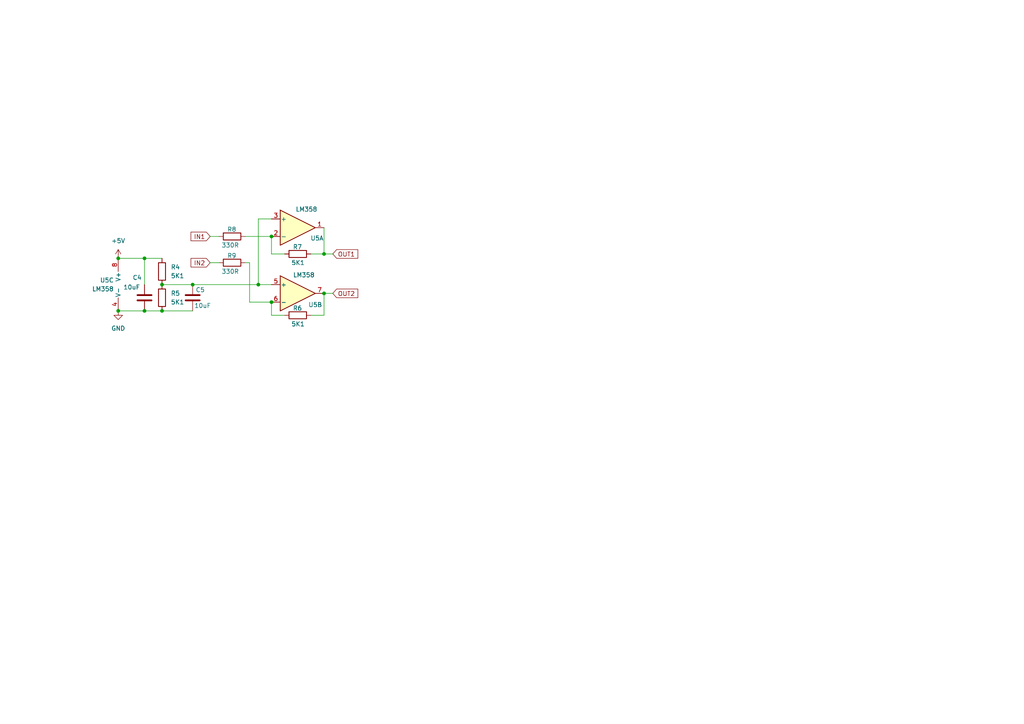
<source format=kicad_sch>
(kicad_sch (version 20250114) (generator "eeschema") (generator_version "9.0")
  (paper "A4")
  (lib_symbols
    (symbol "Amplifier_Operational:LM358" (pin_names (offset 0.127))
      (property "Reference" "U" (at 0 5.08 0))
      (property "Value" "LM358" (at 0 -5.08 0))
      (symbol "LM358_1_1"
        (polyline (pts (xy -5.08 5.08) (xy 5.08 0) (xy -5.08 -5.08) (xy -5.08 5.08)) (stroke (width 0.254)) (fill (type background)))
        (pin input line (at -7.62 2.54 0) (length 2.54) (name "+") (number "3"))
        (pin input line (at -7.62 -2.54 0) (length 2.54) (name "-") (number "2"))
        (pin output line (at 7.62 0 180) (length 2.54) (name "~") (number "1"))
      )
      (symbol "LM358_2_1"
        (polyline (pts (xy -5.08 5.08) (xy 5.08 0) (xy -5.08 -5.08) (xy -5.08 5.08)) (stroke (width 0.254)) (fill (type background)))
        (pin input line (at -7.62 2.54 0) (length 2.54) (name "+") (number "5"))
        (pin input line (at -7.62 -2.54 0) (length 2.54) (name "-") (number "6"))
        (pin output line (at 7.62 0 180) (length 2.54) (name "~") (number "7"))
      )
      (symbol "LM358_3_1"
        (pin power_in line (at -2.54 7.62 270) (length 3.81) (name "V+") (number "8"))
        (pin power_in line (at -2.54 -7.62 90) (length 3.81) (name "V-") (number "4"))
      )
    )
    (symbol "Device:C" (pin_numbers (hide yes)) (pin_names (offset 0.254))
      (property "Reference" "C" (at 0.635 2.54 0))
      (property "Value" "C" (at 0.635 -2.54 0))
      (symbol "C_0_1"
        (polyline (pts (xy -2.032 0.762) (xy 2.032 0.762)) (stroke (width 0.508)))
        (polyline (pts (xy -2.032 -0.762) (xy 2.032 -0.762)) (stroke (width 0.508)))
      )
      (symbol "C_1_1"
        (pin passive line (at 0 3.81 270) (length 2.794) (name "~") (number "1"))
        (pin passive line (at 0 -3.81 90) (length 2.794) (name "~") (number "2"))
      )
    )
    (symbol "Device:R" (pin_numbers (hide yes)) (pin_names (offset 0))
      (property "Reference" "R" (at 2.032 0 90))
      (property "Value" "R" (at 0 0 90))
      (symbol "R_0_1"
        (rectangle (start -1.016 -2.54) (end 1.016 2.54) (stroke (width 0.254)))
      )
      (symbol "R_1_1"
        (pin passive line (at 0 3.81 270) (length 1.27) (name "~") (number "1"))
        (pin passive line (at 0 -3.81 90) (length 1.27) (name "~") (number "2"))
      )
    )
    (symbol "power:+5V" (power) (pin_numbers (hide yes)) (pin_names (offset 0) (hide yes))
      (property "Value" "+5V" (at 0 3.556 0))
      (symbol "+5V_0_1"
        (polyline (pts (xy -0.762 1.27) (xy 0 2.54)))
        (polyline (pts (xy 0 2.54) (xy 0.762 1.27)))
        (polyline (pts (xy 0 0) (xy 0 2.54)))
      )
      (symbol "+5V_1_1"
        (pin power_in line (at 0 0 90) (length 0) (name "~") (number "1"))
      )
    )
    (symbol "power:GND" (power) (pin_numbers (hide yes)) (pin_names (offset 0) (hide yes))
      (property "Value" "GND" (at 0 -3.81 0))
      (symbol "GND_0_1"
        (polyline (pts (xy 0 0) (xy 0 -1.27) (xy 1.27 -1.27) (xy 0 -2.54) (xy -1.27 -1.27) (xy 0 -1.27)))
      )
      (symbol "GND_1_1"
        (pin power_in line (at 0 0 270) (length 0) (name "~") (number "1"))
      )
    )
  )
  (junction (at 93.98 73.66))
  (junction (at 78.74 68.58))
  (junction (at 74.93 82.55))
  (junction (at 93.98 85.09))
  (junction (at 78.74 87.63))
  (junction (at 41.91 74.93))
  (junction (at 34.29 90.17))
  (junction (at 46.99 90.17))
  (junction (at 46.99 82.55))
  (junction (at 34.29 74.93))
  (junction (at 55.88 82.55))
  (junction (at 41.91 90.17))
  (wire (pts (xy 72.39 87.63) (xy 78.74 87.63)))
  (wire (pts (xy 55.88 82.55) (xy 46.99 82.55)))
  (wire (pts (xy 60.96 68.58) (xy 63.5 68.58)))
  (wire (pts (xy 93.98 85.09) (xy 96.52 85.09)))
  (wire (pts (xy 74.93 63.5) (xy 78.74 63.5)))
  (wire (pts (xy 78.74 91.44) (xy 78.74 87.63)))
  (wire (pts (xy 93.98 73.66) (xy 96.52 73.66)))
  (wire (pts (xy 41.91 90.17) (xy 34.29 90.17)))
  (wire (pts (xy 71.12 76.2) (xy 72.39 76.2)))
  (wire (pts (xy 60.96 76.2) (xy 63.5 76.2)))
  (wire (pts (xy 46.99 74.93) (xy 41.91 74.93)))
  (wire (pts (xy 46.99 90.17) (xy 41.91 90.17)))
  (wire (pts (xy 41.91 74.93) (xy 41.91 82.55)))
  (wire (pts (xy 93.98 66.04) (xy 93.98 73.66)))
  (wire (pts (xy 74.93 82.55) (xy 74.93 63.5)))
  (wire (pts (xy 90.17 73.66) (xy 93.98 73.66)))
  (wire (pts (xy 78.74 82.55) (xy 74.93 82.55)))
  (wire (pts (xy 93.98 85.09) (xy 93.98 91.44)))
  (wire (pts (xy 72.39 76.2) (xy 72.39 87.63)))
  (wire (pts (xy 55.88 82.55) (xy 74.93 82.55)))
  (wire (pts (xy 55.88 90.17) (xy 46.99 90.17)))
  (wire (pts (xy 82.55 73.66) (xy 78.74 73.66)))
  (wire (pts (xy 90.17 91.44) (xy 93.98 91.44)))
  (wire (pts (xy 82.55 91.44) (xy 78.74 91.44)))
  (wire (pts (xy 71.12 68.58) (xy 78.74 68.58)))
  (wire (pts (xy 78.74 73.66) (xy 78.74 68.58)))
  (wire (pts (xy 41.91 74.93) (xy 34.29 74.93)))
  (global_label "OUT2" (shape input) (at 96.52 85.09 0) (property "Intersheetrefs" "${INTERSHEET_REFS}" (effects (hide yes))))
  (global_label "IN2" (shape input) (at 60.96 76.2 180) (property "Intersheetrefs" "${INTERSHEET_REFS}" (effects (hide yes))))
  (global_label "IN1" (shape input) (at 60.96 68.58 180) (property "Intersheetrefs" "${INTERSHEET_REFS}" (effects (hide yes))))
  (global_label "OUT1" (shape input) (at 96.52 73.66 0) (property "Intersheetrefs" "${INTERSHEET_REFS}" (effects (hide yes))))
  (symbol (lib_id "Device:C") (at 55.88 86.36 0) (mirror y) (unit 1)
    (property "Reference" "C5" (at 59.436 84.074 0) (effects (justify left)))
    (property "Value" "10uF" (at 61.214 88.646 0) (effects (justify left)))
    (property "Description" "Unpolarized capacitor" (effects (hide yes)))
  )
  (symbol (lib_id "Device:C") (at 41.91 86.36 0) (mirror y) (unit 1)
    (property "Reference" "C4" (at 41.148 80.518 0) (effects (justify left)))
    (property "Value" "10uF" (at 40.64 83.312 0) (effects (justify left)))
    (property "Description" "Unpolarized capacitor" (effects (hide yes)))
  )
  (symbol (lib_id "Device:R") (at 46.99 78.74 0) (unit 1)
    (property "Reference" "R4" (at 49.53 77.4699 0) (effects (justify left)))
    (property "Value" "5K1" (at 49.53 80.0099 0) (effects (justify left)))
    (property "Description" "Resistor" (effects (hide yes)))
  )
  (symbol (lib_id "Amplifier_Operational:LM358") (at 86.36 85.09 0) (unit 2)
    (property "Reference" "U5" (at 91.44 88.392 0))
    (property "Value" "LM358" (at 88.138 79.756 0))
    (property "Datasheet" "http://www.ti.com/lit/ds/symlink/lm2904-n.pdf" (effects (hide yes)))
    (property "Description" "Low-Power, Dual Operational Amplifiers, DIP-8/SOIC-8/TO-99-8" (effects (hide yes)))
  )
  (symbol (lib_id "Device:R") (at 46.99 86.36 0) (unit 1)
    (property "Reference" "R5" (at 49.53 85.0899 0) (effects (justify left)))
    (property "Value" "5K1" (at 49.53 87.6299 0) (effects (justify left)))
    (property "Description" "Resistor" (effects (hide yes)))
  )
  (symbol (lib_id "Device:R") (at 86.36 73.66 90) (mirror x) (unit 1)
    (property "Reference" "R7" (at 87.63 71.628 90) (effects (justify left)))
    (property "Value" "5K1" (at 88.392 76.2 90) (effects (justify left)))
    (property "Description" "Resistor" (effects (hide yes)))
  )
  (symbol (lib_id "power:+5V") (at 34.29 74.93 0) (mirror y) (unit 1)
    (property "Reference" "#PWR04" (effects (hide yes)))
    (property "Value" "+5V" (at 34.29 69.85 0))
    (property "Description" "Power symbol creates a global label with name \"+5V\"" (effects (hide yes)))
  )
  (symbol (lib_id "Amplifier_Operational:LM358") (at 86.36 66.04 0) (unit 1)
    (property "Reference" "U5" (at 91.948 69.088 0))
    (property "Value" "LM358" (at 88.9 60.706 0))
    (property "Datasheet" "http://www.ti.com/lit/ds/symlink/lm2904-n.pdf" (effects (hide yes)))
    (property "Description" "Low-Power, Dual Operational Amplifiers, DIP-8/SOIC-8/TO-99-8" (effects (hide yes)))
  )
  (symbol (lib_id "Amplifier_Operational:LM358") (at 31.75 82.55 0) (mirror y) (unit 3)
    (property "Reference" "U5" (at 33.02 81.2799 0) (effects (justify left)))
    (property "Value" "LM358" (at 33.02 83.8199 0) (effects (justify left)))
    (property "Datasheet" "http://www.ti.com/lit/ds/symlink/lm2904-n.pdf" (effects (hide yes)))
    (property "Description" "Low-Power, Dual Operational Amplifiers, DIP-8/SOIC-8/TO-99-8" (effects (hide yes)))
  )
  (symbol (lib_id "Device:R") (at 86.36 91.44 90) (mirror x) (unit 1)
    (property "Reference" "R6" (at 87.63 89.408 90) (effects (justify left)))
    (property "Value" "5K1" (at 88.392 93.98 90) (effects (justify left)))
    (property "Description" "Resistor" (effects (hide yes)))
  )
  (symbol (lib_id "power:GND") (at 34.29 90.17 0) (mirror y) (unit 1)
    (property "Reference" "#PWR05" (effects (hide yes)))
    (property "Value" "GND" (at 34.29 95.25 0))
    (property "Description" "Power symbol creates a global label with name \"GND\" , ground" (effects (hide yes)))
  )
  (symbol (lib_id "Device:R") (at 67.31 68.58 90) (mirror x) (unit 1)
    (property "Reference" "R8" (at 68.58 66.548 90) (effects (justify left)))
    (property "Value" "330R" (at 69.342 71.12 90) (effects (justify left)))
    (property "Description" "Resistor" (effects (hide yes)))
  )
  (symbol (lib_id "Device:R") (at 67.31 76.2 90) (mirror x) (unit 1)
    (property "Reference" "R9" (at 68.58 74.168 90) (effects (justify left)))
    (property "Value" "330R" (at 69.342 78.74 90) (effects (justify left)))
    (property "Description" "Resistor" (effects (hide yes)))
  )
)
</source>
